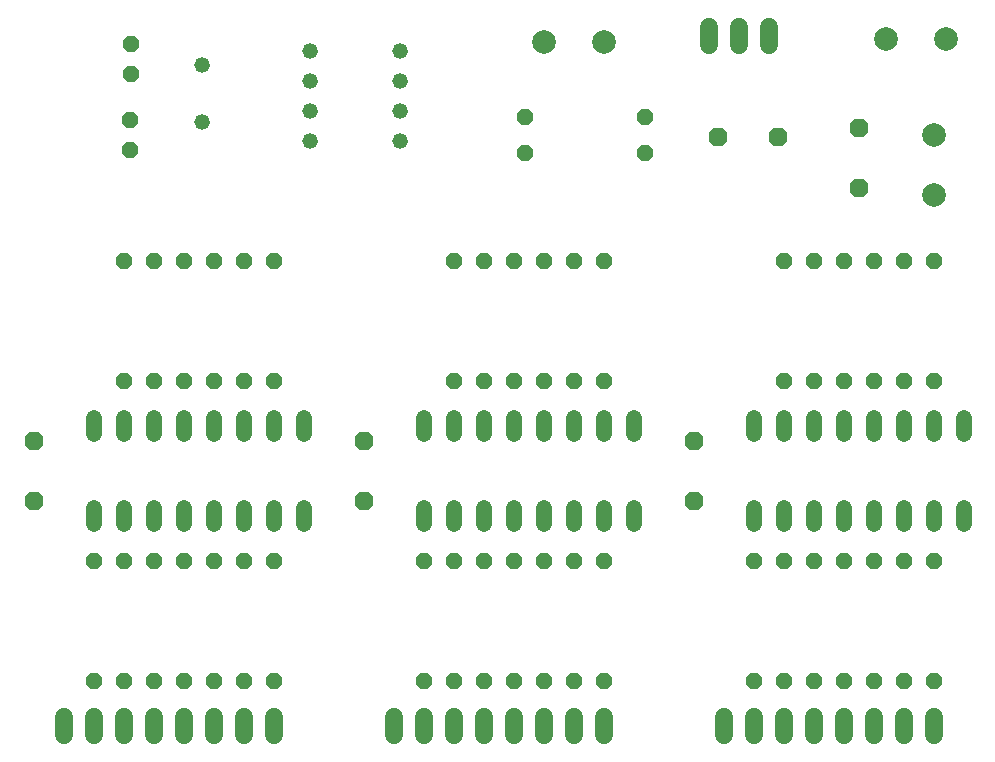
<source format=gbr>
G04 EAGLE Gerber RS-274X export*
G75*
%MOMM*%
%FSLAX34Y34*%
%LPD*%
%INBottom Copper*%
%IPPOS*%
%AMOC8*
5,1,8,0,0,1.08239X$1,22.5*%
G01*
%ADD10P,1.732040X8X292.500000*%
%ADD11P,1.732040X8X202.500000*%
%ADD12C,1.320800*%
%ADD13C,1.524000*%
%ADD14P,1.429621X8X112.500000*%
%ADD15P,1.429621X8X292.500000*%
%ADD16P,1.429621X8X202.500000*%
%ADD17C,1.320800*%
%ADD18C,2.000000*%


D10*
X317500Y279400D03*
X317500Y228600D03*
X596900Y279400D03*
X596900Y228600D03*
X736600Y544200D03*
X736600Y493400D03*
D11*
X667700Y536300D03*
X616900Y536300D03*
D10*
X38100Y279400D03*
X38100Y228600D03*
D12*
X368300Y222504D02*
X368300Y209296D01*
X393700Y209296D02*
X393700Y222504D01*
X520700Y222504D02*
X520700Y209296D01*
X546100Y209296D02*
X546100Y222504D01*
X419100Y222504D02*
X419100Y209296D01*
X444500Y209296D02*
X444500Y222504D01*
X495300Y222504D02*
X495300Y209296D01*
X469900Y209296D02*
X469900Y222504D01*
X546100Y285496D02*
X546100Y298704D01*
X520700Y298704D02*
X520700Y285496D01*
X495300Y285496D02*
X495300Y298704D01*
X469900Y298704D02*
X469900Y285496D01*
X444500Y285496D02*
X444500Y298704D01*
X419100Y298704D02*
X419100Y285496D01*
X393700Y285496D02*
X393700Y298704D01*
X368300Y298704D02*
X368300Y285496D01*
X88900Y222504D02*
X88900Y209296D01*
X114300Y209296D02*
X114300Y222504D01*
X241300Y222504D02*
X241300Y209296D01*
X266700Y209296D02*
X266700Y222504D01*
X139700Y222504D02*
X139700Y209296D01*
X165100Y209296D02*
X165100Y222504D01*
X215900Y222504D02*
X215900Y209296D01*
X190500Y209296D02*
X190500Y222504D01*
X266700Y285496D02*
X266700Y298704D01*
X241300Y298704D02*
X241300Y285496D01*
X215900Y285496D02*
X215900Y298704D01*
X190500Y298704D02*
X190500Y285496D01*
X165100Y285496D02*
X165100Y298704D01*
X139700Y298704D02*
X139700Y285496D01*
X114300Y285496D02*
X114300Y298704D01*
X88900Y298704D02*
X88900Y285496D01*
X647700Y222504D02*
X647700Y209296D01*
X673100Y209296D02*
X673100Y222504D01*
X800100Y222504D02*
X800100Y209296D01*
X825500Y209296D02*
X825500Y222504D01*
X698500Y222504D02*
X698500Y209296D01*
X723900Y209296D02*
X723900Y222504D01*
X774700Y222504D02*
X774700Y209296D01*
X749300Y209296D02*
X749300Y222504D01*
X825500Y285496D02*
X825500Y298704D01*
X800100Y298704D02*
X800100Y285496D01*
X774700Y285496D02*
X774700Y298704D01*
X749300Y298704D02*
X749300Y285496D01*
X723900Y285496D02*
X723900Y298704D01*
X698500Y298704D02*
X698500Y285496D01*
X673100Y285496D02*
X673100Y298704D01*
X647700Y298704D02*
X647700Y285496D01*
D13*
X660700Y614280D02*
X660700Y629520D01*
X635300Y629520D02*
X635300Y614280D01*
X609900Y614280D02*
X609900Y629520D01*
X63500Y45720D02*
X63500Y30480D01*
X88900Y30480D02*
X88900Y45720D01*
X114300Y45720D02*
X114300Y30480D01*
X139700Y30480D02*
X139700Y45720D01*
X165100Y45720D02*
X165100Y30480D01*
X190500Y30480D02*
X190500Y45720D01*
X215900Y45720D02*
X215900Y30480D01*
X241300Y30480D02*
X241300Y45720D01*
X342900Y45720D02*
X342900Y30480D01*
X368300Y30480D02*
X368300Y45720D01*
X393700Y45720D02*
X393700Y30480D01*
X419100Y30480D02*
X419100Y45720D01*
X444500Y45720D02*
X444500Y30480D01*
X469900Y30480D02*
X469900Y45720D01*
X495300Y45720D02*
X495300Y30480D01*
X520700Y30480D02*
X520700Y45720D01*
X622300Y45720D02*
X622300Y30480D01*
X647700Y30480D02*
X647700Y45720D01*
X673100Y45720D02*
X673100Y30480D01*
X698500Y30480D02*
X698500Y45720D01*
X723900Y45720D02*
X723900Y30480D01*
X749300Y30480D02*
X749300Y45720D01*
X774700Y45720D02*
X774700Y30480D01*
X800100Y30480D02*
X800100Y45720D01*
D14*
X114300Y330200D03*
X114300Y431800D03*
D15*
X139700Y431800D03*
X139700Y330200D03*
X241300Y431800D03*
X241300Y330200D03*
X215900Y431800D03*
X215900Y330200D03*
X190500Y431800D03*
X190500Y330200D03*
D14*
X393700Y330200D03*
X393700Y431800D03*
D15*
X368300Y177800D03*
X368300Y76200D03*
X393700Y177800D03*
X393700Y76200D03*
X419100Y177800D03*
X419100Y76200D03*
X444500Y177800D03*
X444500Y76200D03*
X469900Y177800D03*
X469900Y76200D03*
X88900Y177800D03*
X88900Y76200D03*
X495300Y177800D03*
X495300Y76200D03*
X520700Y177800D03*
X520700Y76200D03*
X444500Y431800D03*
X444500Y330200D03*
X419100Y431800D03*
X419100Y330200D03*
X520700Y431800D03*
X520700Y330200D03*
X495300Y431800D03*
X495300Y330200D03*
X469900Y431800D03*
X469900Y330200D03*
D14*
X673100Y330200D03*
X673100Y431800D03*
D15*
X647700Y177800D03*
X647700Y76200D03*
X673100Y177800D03*
X673100Y76200D03*
X114300Y177800D03*
X114300Y76200D03*
X698500Y177800D03*
X698500Y76200D03*
X723900Y177800D03*
X723900Y76200D03*
X749300Y177800D03*
X749300Y76200D03*
X774700Y177800D03*
X774700Y76200D03*
X800100Y177800D03*
X800100Y76200D03*
X723900Y431800D03*
X723900Y330200D03*
X698500Y431800D03*
X698500Y330200D03*
X800100Y431800D03*
X800100Y330200D03*
X774700Y431800D03*
X774700Y330200D03*
X749300Y431800D03*
X749300Y330200D03*
X139700Y177800D03*
X139700Y76200D03*
D16*
X555600Y523400D03*
X454000Y523400D03*
X555600Y553800D03*
X454000Y553800D03*
D15*
X165100Y177800D03*
X165100Y76200D03*
X190500Y177800D03*
X190500Y76200D03*
X215900Y177800D03*
X215900Y76200D03*
X241300Y177800D03*
X241300Y76200D03*
X165100Y431800D03*
X165100Y330200D03*
D17*
X272000Y609600D03*
X272000Y584200D03*
X348200Y584200D03*
X348200Y609600D03*
X272000Y558800D03*
X272000Y533400D03*
X348200Y558800D03*
X348200Y533400D03*
D18*
X520411Y617050D03*
X469611Y617050D03*
X799850Y487789D03*
X799850Y538589D03*
X810611Y619350D03*
X759811Y619350D03*
D17*
X180800Y549370D03*
X180800Y597630D03*
D14*
X119300Y525400D03*
X119300Y550800D03*
X120500Y590400D03*
X120500Y615800D03*
M02*

</source>
